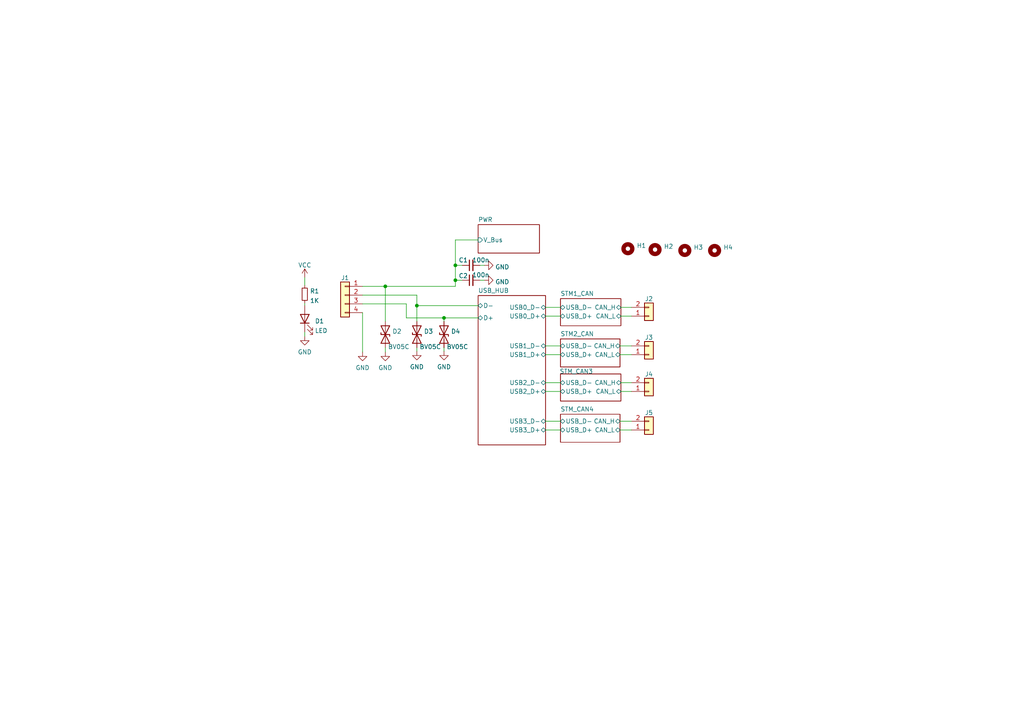
<source format=kicad_sch>
(kicad_sch (version 20211123) (generator eeschema)
  (paper "A4")
  (lib_symbols
    (symbol "Connector_Generic:Conn_01x02" (pin_names (offset 1.016) hide)
      (property "Reference" "J" (at 0 2.54 0))
      (property "Value" "Conn_01x02" (at 0 -5.08 0))
      (symbol "Conn_01x02_1_1"
        (rectangle (start -1.27 -2.413) (end 0 -2.667) (stroke (width 0.1524)))
        (rectangle (start -1.27 0.127) (end 0 -0.127) (stroke (width 0.1524)))
        (rectangle (start -1.27 1.27) (end 1.27 -3.81) (stroke (width 0.254)) (fill (type background)))
        (pin passive line (at -5.08 0 0) (length 3.81) (name "Pin_1") (number "1"))
        (pin passive line (at -5.08 -2.54 0) (length 3.81) (name "Pin_2") (number "2"))
      )
    )
    (symbol "Connector_Generic:Conn_01x04" (pin_names (offset 1.016) hide)
      (property "Reference" "J" (at 0 5.08 0))
      (property "Value" "Conn_01x04" (at 0 -7.62 0))
      (symbol "Conn_01x04_1_1"
        (rectangle (start -1.27 -4.953) (end 0 -5.207) (stroke (width 0.1524)))
        (rectangle (start -1.27 -2.413) (end 0 -2.667) (stroke (width 0.1524)))
        (rectangle (start -1.27 0.127) (end 0 -0.127) (stroke (width 0.1524)))
        (rectangle (start -1.27 2.667) (end 0 2.413) (stroke (width 0.1524)))
        (rectangle (start -1.27 3.81) (end 1.27 -6.35) (stroke (width 0.254)) (fill (type background)))
        (pin passive line (at -5.08 2.54 0) (length 3.81) (name "Pin_1") (number "1"))
        (pin passive line (at -5.08 0 0) (length 3.81) (name "Pin_2") (number "2"))
        (pin passive line (at -5.08 -2.54 0) (length 3.81) (name "Pin_3") (number "3"))
        (pin passive line (at -5.08 -5.08 0) (length 3.81) (name "Pin_4") (number "4"))
      )
    )
    (symbol "Device:C_Small" (pin_numbers hide) (pin_names (offset 0.254) hide)
      (property "Reference" "C" (at 0.254 1.778 0))
      (property "Value" "C_Small" (at 0.254 -2.032 0))
      (symbol "C_Small_0_1"
        (polyline (pts (xy -1.524 -0.508) (xy 1.524 -0.508)) (stroke (width 0.3302)))
        (polyline (pts (xy -1.524 0.508) (xy 1.524 0.508)) (stroke (width 0.3048)))
      )
      (symbol "C_Small_1_1"
        (pin passive line (at 0 2.54 270) (length 2.032) (name "~") (number "1"))
        (pin passive line (at 0 -2.54 90) (length 2.032) (name "~") (number "2"))
      )
    )
    (symbol "Device:D_TVS" (pin_numbers hide) (pin_names (offset 1.016) hide)
      (property "Reference" "D" (at 0 2.54 0))
      (property "Value" "D_TVS" (at 0 -2.54 0))
      (symbol "D_TVS_0_1"
        (polyline (pts (xy 1.27 0) (xy -1.27 0)))
        (polyline (pts (xy 0.508 1.27) (xy 0 1.27) (xy 0 -1.27) (xy -0.508 -1.27)) (stroke (width 0.254)))
        (polyline (pts (xy -2.54 1.27) (xy -2.54 -1.27) (xy 2.54 1.27) (xy 2.54 -1.27) (xy -2.54 1.27)) (stroke (width 0.254)))
      )
      (symbol "D_TVS_1_1"
        (pin passive line (at -3.81 0 0) (length 2.54) (name "A1") (number "1"))
        (pin passive line (at 3.81 0 180) (length 2.54) (name "A2") (number "2"))
      )
    )
    (symbol "Device:LED" (pin_numbers hide) (pin_names (offset 1.016) hide)
      (property "Reference" "D" (at 0 2.54 0))
      (property "Value" "LED" (at 0 -2.54 0))
      (symbol "LED_0_1"
        (polyline (pts (xy -1.27 -1.27) (xy -1.27 1.27)) (stroke (width 0.254)))
        (polyline (pts (xy -1.27 0) (xy 1.27 0)))
        (polyline (pts (xy 1.27 -1.27) (xy 1.27 1.27) (xy -1.27 0) (xy 1.27 -1.27)) (stroke (width 0.254)))
        (polyline (pts (xy -3.048 -0.762) (xy -4.572 -2.286) (xy -3.81 -2.286) (xy -4.572 -2.286) (xy -4.572 -1.524)))
        (polyline (pts (xy -1.778 -0.762) (xy -3.302 -2.286) (xy -2.54 -2.286) (xy -3.302 -2.286) (xy -3.302 -1.524)))
      )
      (symbol "LED_1_1"
        (pin passive line (at -3.81 0 0) (length 2.54) (name "K") (number "1"))
        (pin passive line (at 3.81 0 180) (length 2.54) (name "A") (number "2"))
      )
    )
    (symbol "Device:R_Small" (pin_numbers hide) (pin_names (offset 0.254) hide)
      (property "Reference" "R" (at 0.762 0.508 0))
      (property "Value" "R_Small" (at 0.762 -1.016 0))
      (symbol "R_Small_0_1"
        (rectangle (start -0.762 1.778) (end 0.762 -1.778) (stroke (width 0.2032)))
      )
      (symbol "R_Small_1_1"
        (pin passive line (at 0 2.54 270) (length 0.762) (name "~") (number "1"))
        (pin passive line (at 0 -2.54 90) (length 0.762) (name "~") (number "2"))
      )
    )
    (symbol "Mechanical:MountingHole" (pin_names (offset 1.016))
      (property "Reference" "H" (at 0 5.08 0))
      (property "Value" "MountingHole" (at 0 3.175 0))
      (symbol "MountingHole_0_1"
        (circle (center 0 0) (radius 1.27) (stroke (width 1.27)))
      )
    )
    (symbol "power:GND" (power) (pin_names (offset 0))
      (property "Value" "GND" (at 0 -3.81 0))
      (symbol "GND_0_1"
        (polyline (pts (xy 0 0) (xy 0 -1.27) (xy 1.27 -1.27) (xy 0 -2.54) (xy -1.27 -1.27) (xy 0 -1.27)))
      )
      (symbol "GND_1_1"
        (pin power_in line (at 0 0 270) (length 0) hide (name "GND") (number "1"))
      )
    )
    (symbol "power:VCC" (power) (pin_names (offset 0))
      (property "Value" "VCC" (at 0 3.81 0))
      (symbol "VCC_0_1"
        (polyline (pts (xy -0.762 1.27) (xy 0 2.54)))
        (polyline (pts (xy 0 0) (xy 0 2.54)))
        (polyline (pts (xy 0 2.54) (xy 0.762 1.27)))
      )
      (symbol "VCC_1_1"
        (pin power_in line (at 0 0 90) (length 0) hide (name "VCC") (number "1"))
      )
    )
  )
  (junction (at 128.778 92.202))
  (junction (at 120.904 88.646))
  (junction (at 111.76 83.058))
  (junction (at 132.08 81.28))
  (junction (at 132.08 76.962))
  (wire (pts (xy 139.192 76.962) (xy 140.462 76.962)))
  (wire (pts (xy 117.856 88.138) (xy 117.856 92.202)))
  (wire (pts (xy 179.832 124.714) (xy 183.134 124.714)))
  (wire (pts (xy 139.192 81.28) (xy 140.462 81.28)))
  (wire (pts (xy 158.242 113.538) (xy 162.56 113.538)))
  (wire (pts (xy 111.76 100.838) (xy 111.76 102.108)))
  (wire (pts (xy 179.832 122.174) (xy 183.134 122.174)))
  (wire (pts (xy 120.904 100.838) (xy 120.904 101.854)))
  (wire (pts (xy 158.242 122.174) (xy 162.56 122.174)))
  (wire (pts (xy 158.242 91.694) (xy 162.56 91.694)))
  (wire (pts (xy 132.08 76.962) (xy 132.08 81.28)))
  (wire (pts (xy 132.08 81.28) (xy 134.112 81.28)))
  (wire (pts (xy 180.086 91.694) (xy 183.134 91.694)))
  (wire (pts (xy 132.08 69.596) (xy 138.684 69.596)))
  (wire (pts (xy 158.242 110.998) (xy 162.56 110.998)))
  (wire (pts (xy 88.392 87.884) (xy 88.392 88.646)))
  (wire (pts (xy 105.156 90.678) (xy 105.156 102.108)))
  (wire (pts (xy 105.156 88.138) (xy 117.856 88.138)))
  (wire (pts (xy 120.904 85.598) (xy 120.904 88.646)))
  (wire (pts (xy 179.832 102.87) (xy 183.134 102.87)))
  (wire (pts (xy 128.778 100.838) (xy 128.778 101.854)))
  (wire (pts (xy 158.242 89.154) (xy 162.56 89.154)))
  (wire (pts (xy 128.778 92.202) (xy 128.778 93.218)))
  (wire (pts (xy 132.08 83.058) (xy 132.08 81.28)))
  (wire (pts (xy 180.086 110.998) (xy 183.134 110.998)))
  (wire (pts (xy 132.08 69.596) (xy 132.08 76.962)))
  (wire (pts (xy 180.086 113.538) (xy 183.134 113.538)))
  (wire (pts (xy 117.856 92.202) (xy 128.778 92.202)))
  (wire (pts (xy 88.392 80.518) (xy 88.392 82.804)))
  (wire (pts (xy 128.778 92.202) (xy 138.684 92.202)))
  (wire (pts (xy 120.904 88.646) (xy 120.904 93.218)))
  (wire (pts (xy 180.086 89.154) (xy 183.134 89.154)))
  (wire (pts (xy 105.156 83.058) (xy 111.76 83.058)))
  (wire (pts (xy 179.832 100.33) (xy 183.134 100.33)))
  (wire (pts (xy 158.242 124.714) (xy 162.56 124.714)))
  (wire (pts (xy 132.08 76.962) (xy 134.112 76.962)))
  (wire (pts (xy 158.242 100.33) (xy 162.56 100.33)))
  (wire (pts (xy 111.76 83.058) (xy 132.08 83.058)))
  (wire (pts (xy 158.242 102.87) (xy 162.56 102.87)))
  (wire (pts (xy 105.156 85.598) (xy 120.904 85.598)))
  (wire (pts (xy 120.904 88.646) (xy 138.684 88.646)))
  (wire (pts (xy 111.76 83.058) (xy 111.76 93.218)))
  (wire (pts (xy 88.392 96.266) (xy 88.392 97.536)))
  (symbol (lib_id "power:GND") (at 105.156 102.108 0) (unit 1)
    (property "Reference" "#PWR07" (effects hide))
    (property "Value" "GND" (at 105.156 106.6705 0))
  )
  (symbol (lib_id "power:GND") (at 120.904 101.854 0) (unit 1)
    (property "Reference" "#PWR05" (effects hide))
    (property "Value" "GND" (at 120.904 106.4165 0))
  )
  (symbol (lib_id "Connector_Generic:Conn_01x04") (at 100.076 85.598 0) (mirror y) (unit 1)
    (property "Reference" "J1" (at 100.076 80.5965 0))
    (property "Value" "Conn_01x04" (effects hide))
    (property "Footprint" "Connector_Molex:Molex_CLIK-Mate_502386-0470_1x04-1MP_P1.25mm_Horizontal" (effects hide))
  )
  (symbol (lib_id "power:GND") (at 111.76 102.108 0) (unit 1)
    (property "Reference" "#PWR08" (effects hide))
    (property "Value" "GND" (at 111.76 106.6705 0))
  )
  (symbol (lib_id "Connector_Generic:Conn_01x02") (at 188.214 124.714 0) (mirror x) (unit 1)
    (property "Reference" "J5" (at 188.214 119.7125 0))
    (property "Value" "Conn_01x02" (effects hide))
    (property "Footprint" "Connector_JST:JST_GH_SM02B-GHS-TB_1x02-1MP_P1.25mm_Horizontal" (effects hide))
  )
  (symbol (lib_id "Connector_Generic:Conn_01x02") (at 188.214 113.538 0) (mirror x) (unit 1)
    (property "Reference" "J4" (at 188.214 108.5365 0))
    (property "Value" "Conn_01x02" (effects hide))
    (property "Footprint" "Connector_JST:JST_GH_SM02B-GHS-TB_1x02-1MP_P1.25mm_Horizontal" (effects hide))
  )
  (symbol (lib_id "power:GND") (at 88.392 97.536 0) (unit 1)
    (property "Reference" "#PWR04" (effects hide))
    (property "Value" "GND" (at 88.392 102.0985 0))
  )
  (symbol (lib_id "Device:C_Small") (at 136.652 76.962 90) (unit 1)
    (property "Reference" "C1" (at 134.366 75.438 90))
    (property "Value" "100n" (at 139.446 75.438 90))
    (property "Footprint" "Capacitor_SMD:C_0603_1608Metric" (effects hide))
  )
  (symbol (lib_id "power:GND") (at 140.462 76.962 90) (unit 1)
    (property "Reference" "#PWR01" (effects hide))
    (property "Value" "GND" (at 143.637 77.441 90) (effects (justify right)))
  )
  (symbol (lib_id "power:VCC") (at 88.392 80.518 0) (unit 1)
    (property "Reference" "#PWR02" (effects hide))
    (property "Value" "VCC" (at 88.392 76.9135 0))
  )
  (symbol (lib_id "Device:D_TVS") (at 111.76 97.028 90) (unit 1)
    (property "Reference" "D2" (at 113.792 96.1195 90) (effects (justify right)))
    (property "Value" "BV05C" (at 112.522 100.584 90) (effects (justify right)))
    (property "Footprint" "Diode_SMD:D_SOD-323" (effects hide))
  )
  (symbol (lib_id "Device:D_TVS") (at 128.778 97.028 90) (unit 1)
    (property "Reference" "D4" (at 130.81 96.1195 90) (effects (justify right)))
    (property "Value" "BV05C" (at 129.54 100.584 90) (effects (justify right)))
    (property "Footprint" "Diode_SMD:D_SOD-323" (effects hide))
  )
  (symbol (lib_id "Mechanical:MountingHole") (at 207.264 72.644 0) (unit 1)
    (property "Reference" "H4" (at 209.804 71.7355 0) (effects (justify left)))
    (property "Value" "MountingHole" (effects hide))
    (property "Footprint" "MountingHole:MountingHole_2.7mm_M2.5" (effects hide))
  )
  (symbol (lib_id "Connector_Generic:Conn_01x02") (at 188.214 91.694 0) (mirror x) (unit 1)
    (property "Reference" "J2" (at 188.214 86.6925 0))
    (property "Value" "Conn_01x02" (effects hide))
    (property "Footprint" "Connector_JST:JST_GH_SM02B-GHS-TB_1x02-1MP_P1.25mm_Horizontal" (effects hide))
  )
  (symbol (lib_id "Device:LED") (at 88.392 92.456 90) (unit 1)
    (property "Reference" "D1" (at 91.313 93.135 90) (effects (justify right)))
    (property "Value" "LED" (at 91.313 95.9101 90) (effects (justify right)))
    (property "Footprint" "LED_SMD:LED_0603_1608Metric" (effects hide))
  )
  (symbol (lib_id "power:GND") (at 128.778 101.854 0) (unit 1)
    (property "Reference" "#PWR06" (effects hide))
    (property "Value" "GND" (at 128.778 106.4165 0))
  )
  (symbol (lib_id "Device:C_Small") (at 136.652 81.28 90) (unit 1)
    (property "Reference" "C2" (at 134.366 80.01 90))
    (property "Value" "100n" (at 139.446 79.756 90))
    (property "Footprint" "Capacitor_SMD:C_0603_1608Metric" (effects hide))
  )
  (symbol (lib_id "power:GND") (at 140.462 81.28 90) (unit 1)
    (property "Reference" "#PWR03" (effects hide))
    (property "Value" "GND" (at 143.637 81.759 90) (effects (justify right)))
  )
  (symbol (lib_id "Mechanical:MountingHole") (at 198.628 72.644 0) (unit 1)
    (property "Reference" "H3" (at 201.168 71.7355 0) (effects (justify left)))
    (property "Value" "MountingHole" (effects hide))
    (property "Footprint" "MountingHole:MountingHole_2.7mm_M2.5" (effects hide))
  )
  (symbol (lib_id "Device:D_TVS") (at 120.904 97.028 90) (unit 1)
    (property "Reference" "D3" (at 122.936 96.1195 90) (effects (justify right)))
    (property "Value" "BV05C" (at 121.666 100.584 90) (effects (justify right)))
    (property "Footprint" "Diode_SMD:D_SOD-323" (effects hide))
  )
  (symbol (lib_id "Mechanical:MountingHole") (at 189.992 72.39 0) (unit 1)
    (property "Reference" "H2" (at 192.532 71.4815 0) (effects (justify left)))
    (property "Value" "MountingHole" (effects hide))
    (property "Footprint" "MountingHole:MountingHole_2.7mm_M2.5" (effects hide))
  )
  (symbol (lib_id "Mechanical:MountingHole") (at 182.118 72.136 0) (unit 1)
    (property "Reference" "H1" (at 184.658 71.2275 0) (effects (justify left)))
    (property "Value" "MountingHole" (effects hide))
    (property "Footprint" "MountingHole:MountingHole_2.7mm_M2.5" (effects hide))
  )
  (symbol (lib_id "Device:R_Small") (at 88.392 85.344 0) (unit 1)
    (property "Reference" "R1" (at 89.8906 84.4355 0) (effects (justify left)))
    (property "Value" "1K" (at 89.8906 87.2106 0) (effects (justify left)))
    (property "Footprint" "Resistor_SMD:R_0603_1608Metric" (effects hide))
  )
  (symbol (lib_id "Connector_Generic:Conn_01x02") (at 188.214 102.87 0) (mirror x) (unit 1)
    (property "Reference" "J3" (at 188.214 97.8685 0))
    (property "Value" "Conn_01x02" (effects hide))
    (property "Footprint" "Connector_JST:JST_GH_SM02B-GHS-TB_1x02-1MP_P1.25mm_Horizontal" (effects hide))
  )
  (sheet (at 162.56 120.142) (size 17.272 8.128) (stroke (width 0.1524))
    (property "Sheet name" "STM_CAN4" (at 162.56 119.4304 0) (effects (justify left bottom)))
    (property "Sheet file" "subsch/STM4_CAN.kicad_sch" (effects hide))
    (pin "CAN_L" bidirectional (at 179.832 124.714 0))
    (pin "CAN_H" bidirectional (at 179.832 122.174 0))
    (pin "USB_D-" bidirectional (at 162.56 122.174 180))
    (pin "USB_D+" bidirectional (at 162.56 124.714 180))
  )
  (sheet (at 138.684 65.151) (size 17.78 8.255) (stroke (width 0.1524))
    (property "Sheet name" "PWR" (at 138.684 64.4394 0) (effects (justify left bottom)))
    (property "Sheet file" "subsch/PWR.kicad_sch" (effects hide))
    (pin "V_Bus" input (at 138.684 69.596 180))
  )
  (sheet (at 138.684 85.725) (size 19.558 43.307) (stroke (width 0.1524))
    (property "Sheet name" "USB_HUB" (at 138.684 85.0134 0) (effects (justify left bottom)))
    (property "Sheet file" "subsch/USB_HUB.kicad_sch" (effects hide))
    (pin "D+" bidirectional (at 138.684 92.202 180))
    (pin "D-" bidirectional (at 138.684 88.646 180))
    (pin "USB1_D+" bidirectional (at 158.242 102.87 0))
    (pin "USB1_D-" bidirectional (at 158.242 100.33 0))
    (pin "USB0_D-" bidirectional (at 158.242 89.154 0))
    (pin "USB0_D+" bidirectional (at 158.242 91.694 0))
    (pin "USB2_D-" bidirectional (at 158.242 110.998 0))
    (pin "USB2_D+" bidirectional (at 158.242 113.538 0))
    (pin "USB3_D-" bidirectional (at 158.242 122.174 0))
    (pin "USB3_D+" bidirectional (at 158.242 124.714 0))
  )
  (sheet (at 162.56 108.458) (size 17.526 7.874) (stroke (width 0.1524))
    (property "Sheet name" "STM_CAN3" (at 162.306 108.458 0) (effects (justify left bottom)))
    (property "Sheet file" "subsch/STM3_CAN.kicad_sch" (effects hide))
    (pin "CAN_L" bidirectional (at 180.086 113.538 0))
    (pin "CAN_H" bidirectional (at 180.086 110.998 0))
    (pin "USB_D-" bidirectional (at 162.56 110.998 180))
    (pin "USB_D+" bidirectional (at 162.56 113.538 180))
  )
  (sheet (at 162.56 86.614) (size 17.526 7.874) (stroke (width 0.1524))
    (property "Sheet name" "STM1_CAN" (at 162.56 85.9024 0) (effects (justify left bottom)))
    (property "Sheet file" "subsch/STM1_CAN.kicad_sch" (effects hide))
    (pin "CAN_L" bidirectional (at 180.086 91.694 0))
    (pin "CAN_H" bidirectional (at 180.086 89.154 0))
    (pin "USB_D-" bidirectional (at 162.56 89.154 180))
    (pin "USB_D+" bidirectional (at 162.56 91.694 180))
  )
  (sheet (at 162.56 98.298) (size 17.272 8.128) (stroke (width 0.1524))
    (property "Sheet name" "STM2_CAN" (at 162.56 97.5864 0) (effects (justify left bottom)))
    (property "Sheet file" "subsch/STM2_CAN.kicad_sch" (effects hide))
    (pin "CAN_L" bidirectional (at 179.832 102.87 0))
    (pin "CAN_H" bidirectional (at 179.832 100.33 0))
    (pin "USB_D+" bidirectional (at 162.56 102.87 180))
    (pin "USB_D-" bidirectional (at 162.56 100.33 180))
  )
)
</source>
